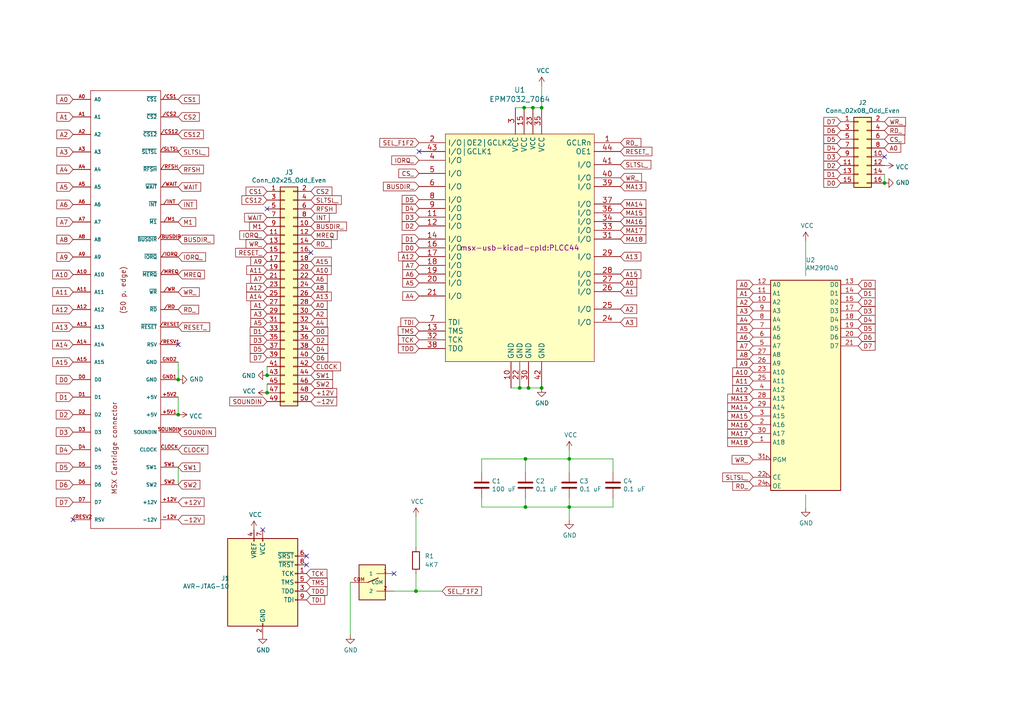
<source format=kicad_sch>
(kicad_sch (version 20231120) (generator "eeschema") (generator_version "8.0")
  (paper "A4")
  (lib_symbols
    (symbol "Connector:AVR-JTAG-10" (pin_names (offset 1.016))
      (property "Reference" "J" (at -8.89 13.97 0))
      (property "Value" "AVR-JTAG-10" (at 1.27 13.97 0))
      (symbol "AVR-JTAG-10_0_1"
        (rectangle (start -2.667 12.7) (end -2.413 11.938))
        (rectangle (start -0.127 -11.938) (end 0.127 -12.7))
        (rectangle (start -0.127 12.7) (end 0.127 11.938))
        (rectangle (start 10.16 -4.953) (end 9.398 -5.207))
        (rectangle (start 10.16 -2.413) (end 9.398 -2.667))
        (rectangle (start 10.16 0.127) (end 9.398 -0.127))
        (rectangle (start 10.16 2.667) (end 9.398 2.413))
        (rectangle (start 10.16 5.207) (end 9.398 4.953))
        (rectangle (start 10.16 7.747) (end 9.398 7.493))
        (rectangle (start 10.16 12.7) (end -10.16 -12.7) (stroke (width 0.254)) (fill (type background)))
      )
      (symbol "AVR-JTAG-10_1_1"
        (pin passive line (at 12.7 2.54 180) (length 2.54) (name "TCK") (number "1"))
        (pin passive line (at 0 -15.24 90) (length 2.54) hide (name "GND") (number "10"))
        (pin passive line (at 0 -15.24 90) (length 2.54) (name "GND") (number "2"))
        (pin passive line (at 12.7 -2.54 180) (length 2.54) (name "TDO") (number "3"))
        (pin passive line (at -2.54 15.24 270) (length 2.54) (name "VREF") (number "4"))
        (pin passive line (at 12.7 0 180) (length 2.54) (name "TMS") (number "5"))
        (pin passive line (at 12.7 7.62 180) (length 2.54) (name "~{SRST}") (number "6"))
        (pin passive line (at 0 15.24 270) (length 2.54) (name "VCC") (number "7"))
        (pin passive line (at 12.7 5.08 180) (length 2.54) (name "~{TRST}") (number "8"))
        (pin passive line (at 12.7 -5.08 180) (length 2.54) (name "TDI") (number "9"))
      )
    )
    (symbol "Connector_Generic:Conn_02x08_Odd_Even" (pin_names (offset 1.016) hide)
      (property "Reference" "J" (at 1.27 10.16 0))
      (property "Value" "Conn_02x08_Odd_Even" (at 1.27 -12.7 0))
      (symbol "Conn_02x08_Odd_Even_1_1"
        (rectangle (start -1.27 -10.033) (end 0 -10.287) (stroke (width 0.1524)))
        (rectangle (start -1.27 -7.493) (end 0 -7.747) (stroke (width 0.1524)))
        (rectangle (start -1.27 -4.953) (end 0 -5.207) (stroke (width 0.1524)))
        (rectangle (start -1.27 -2.413) (end 0 -2.667) (stroke (width 0.1524)))
        (rectangle (start -1.27 0.127) (end 0 -0.127) (stroke (width 0.1524)))
        (rectangle (start -1.27 2.667) (end 0 2.413) (stroke (width 0.1524)))
        (rectangle (start -1.27 5.207) (end 0 4.953) (stroke (width 0.1524)))
        (rectangle (start -1.27 7.747) (end 0 7.493) (stroke (width 0.1524)))
        (rectangle (start -1.27 8.89) (end 3.81 -11.43) (stroke (width 0.254)) (fill (type background)))
        (rectangle (start 3.81 -10.033) (end 2.54 -10.287) (stroke (width 0.1524)))
        (rectangle (start 3.81 -7.493) (end 2.54 -7.747) (stroke (width 0.1524)))
        (rectangle (start 3.81 -4.953) (end 2.54 -5.207) (stroke (width 0.1524)))
        (rectangle (start 3.81 -2.413) (end 2.54 -2.667) (stroke (width 0.1524)))
        (rectangle (start 3.81 0.127) (end 2.54 -0.127) (stroke (width 0.1524)))
        (rectangle (start 3.81 2.667) (end 2.54 2.413) (stroke (width 0.1524)))
        (rectangle (start 3.81 5.207) (end 2.54 4.953) (stroke (width 0.1524)))
        (rectangle (start 3.81 7.747) (end 2.54 7.493) (stroke (width 0.1524)))
        (pin passive line (at -5.08 7.62 0) (length 3.81) (name "Pin_1") (number "1"))
        (pin passive line (at 7.62 -2.54 180) (length 3.81) (name "Pin_10") (number "10"))
        (pin passive line (at -5.08 -5.08 0) (length 3.81) (name "Pin_11") (number "11"))
        (pin passive line (at 7.62 -5.08 180) (length 3.81) (name "Pin_12") (number "12"))
        (pin passive line (at -5.08 -7.62 0) (length 3.81) (name "Pin_13") (number "13"))
        (pin passive line (at 7.62 -7.62 180) (length 3.81) (name "Pin_14") (number "14"))
        (pin passive line (at -5.08 -10.16 0) (length 3.81) (name "Pin_15") (number "15"))
        (pin passive line (at 7.62 -10.16 180) (length 3.81) (name "Pin_16") (number "16"))
        (pin passive line (at 7.62 7.62 180) (length 3.81) (name "Pin_2") (number "2"))
        (pin passive line (at -5.08 5.08 0) (length 3.81) (name "Pin_3") (number "3"))
        (pin passive line (at 7.62 5.08 180) (length 3.81) (name "Pin_4") (number "4"))
        (pin passive line (at -5.08 2.54 0) (length 3.81) (name "Pin_5") (number "5"))
        (pin passive line (at 7.62 2.54 180) (length 3.81) (name "Pin_6") (number "6"))
        (pin passive line (at -5.08 0 0) (length 3.81) (name "Pin_7") (number "7"))
        (pin passive line (at 7.62 0 180) (length 3.81) (name "Pin_8") (number "8"))
        (pin passive line (at -5.08 -2.54 0) (length 3.81) (name "Pin_9") (number "9"))
      )
    )
    (symbol "Connector_Generic:Conn_02x25_Odd_Even" (pin_names (offset 1.016) hide)
      (property "Reference" "J" (at 1.27 33.02 0))
      (property "Value" "Conn_02x25_Odd_Even" (at 1.27 -33.02 0))
      (symbol "Conn_02x25_Odd_Even_1_1"
        (rectangle (start -1.27 -30.353) (end 0 -30.607) (stroke (width 0.1524)))
        (rectangle (start -1.27 -27.813) (end 0 -28.067) (stroke (width 0.1524)))
        (rectangle (start -1.27 -25.273) (end 0 -25.527) (stroke (width 0.1524)))
        (rectangle (start -1.27 -22.733) (end 0 -22.987) (stroke (width 0.1524)))
        (rectangle (start -1.27 -20.193) (end 0 -20.447) (stroke (width 0.1524)))
        (rectangle (start -1.27 -17.653) (end 0 -17.907) (stroke (width 0.1524)))
        (rectangle (start -1.27 -15.113) (end 0 -15.367) (stroke (width 0.1524)))
        (rectangle (start -1.27 -12.573) (end 0 -12.827) (stroke (width 0.1524)))
        (rectangle (start -1.27 -10.033) (end 0 -10.287) (stroke (width 0.1524)))
        (rectangle (start -1.27 -7.493) (end 0 -7.747) (stroke (width 0.1524)))
        (rectangle (start -1.27 -4.953) (end 0 -5.207) (stroke (width 0.1524)))
        (rectangle (start -1.27 -2.413) (end 0 -2.667) (stroke (width 0.1524)))
        (rectangle (start -1.27 0.127) (end 0 -0.127) (stroke (width 0.1524)))
        (rectangle (start -1.27 2.667) (end 0 2.413) (stroke (width 0.1524)))
        (rectangle (start -1.27 5.207) (end 0 4.953) (stroke (width 0.1524)))
        (rectangle (start -1.27 7.747) (end 0 7.493) (stroke (width 0.1524)))
        (rectangle (start -1.27 10.287) (end 0 10.033) (stroke (width 0.1524)))
        (rectangle (start -1.27 12.827) (end 0 12.573) (stroke (width 0.1524)))
        (rectangle (start -1.27 15.367) (end 0 15.113) (stroke (width 0.1524)))
        (rectangle (start -1.27 17.907) (end 0 17.653) (stroke (width 0.1524)))
        (rectangle (start -1.27 20.447) (end 0 20.193) (stroke (width 0.1524)))
        (rectangle (start -1.27 22.987) (end 0 22.733) (stroke (width 0.1524)))
        (rectangle (start -1.27 25.527) (end 0 25.273) (stroke (width 0.1524)))
        (rectangle (start -1.27 28.067) (end 0 27.813) (stroke (width 0.1524)))
        (rectangle (start -1.27 30.607) (end 0 30.353) (stroke (width 0.1524)))
        (rectangle (start -1.27 31.75) (end 3.81 -31.75) (stroke (width 0.254)) (fill (type background)))
        (rectangle (start 3.81 -30.353) (end 2.54 -30.607) (stroke (width 0.1524)))
        (rectangle (start 3.81 -27.813) (end 2.54 -28.067) (stroke (width 0.1524)))
        (rectangle (start 3.81 -25.273) (end 2.54 -25.527) (stroke (width 0.1524)))
        (rectangle (start 3.81 -22.733) (end 2.54 -22.987) (stroke (width 0.1524)))
        (rectangle (start 3.81 -20.193) (end 2.54 -20.447) (stroke (width 0.1524)))
        (rectangle (start 3.81 -17.653) (end 2.54 -17.907) (stroke (width 0.1524)))
        (rectangle (start 3.81 -15.113) (end 2.54 -15.367) (stroke (width 0.1524)))
        (rectangle (start 3.81 -12.573) (end 2.54 -12.827) (stroke (width 0.1524)))
        (rectangle (start 3.81 -10.033) (end 2.54 -10.287) (stroke (width 0.1524)))
        (rectangle (start 3.81 -7.493) (end 2.54 -7.747) (stroke (width 0.1524)))
        (rectangle (start 3.81 -4.953) (end 2.54 -5.207) (stroke (width 0.1524)))
        (rectangle (start 3.81 -2.413) (end 2.54 -2.667) (stroke (width 0.1524)))
        (rectangle (start 3.81 0.127) (end 2.54 -0.127) (stroke (width 0.1524)))
        (rectangle (start 3.81 2.667) (end 2.54 2.413) (stroke (width 0.1524)))
        (rectangle (start 3.81 5.207) (end 2.54 4.953) (stroke (width 0.1524)))
        (rectangle (start 3.81 7.747) (end 2.54 7.493) (stroke (width 0.1524)))
        (rectangle (start 3.81 10.287) (end 2.54 10.033) (stroke (width 0.1524)))
        (rectangle (start 3.81 12.827) (end 2.54 12.573) (stroke (width 0.1524)))
        (rectangle (start 3.81 15.367) (end 2.54 15.113) (stroke (width 0.1524)))
        (rectangle (start 3.81 17.907) (end 2.54 17.653) (stroke (width 0.1524)))
        (rectangle (start 3.81 20.447) (end 2.54 20.193) (stroke (width 0.1524)))
        (rectangle (start 3.81 22.987) (end 2.54 22.733) (stroke (width 0.1524)))
        (rectangle (start 3.81 25.527) (end 2.54 25.273) (stroke (width 0.1524)))
        (rectangle (start 3.81 28.067) (end 2.54 27.813) (stroke (width 0.1524)))
        (rectangle (start 3.81 30.607) (end 2.54 30.353) (stroke (width 0.1524)))
        (pin passive line (at -5.08 30.48 0) (length 3.81) (name "Pin_1") (number "1"))
        (pin passive line (at 7.62 20.32 180) (length 3.81) (name "Pin_10") (number "10"))
        (pin passive line (at -5.08 17.78 0) (length 3.81) (name "Pin_11") (number "11"))
        (pin passive line (at 7.62 17.78 180) (length 3.81) (name "Pin_12") (number "12"))
        (pin passive line (at -5.08 15.24 0) (length 3.81) (name "Pin_13") (number "13"))
        (pin passive line (at 7.62 15.24 180) (length 3.81) (name "Pin_14") (number "14"))
        (pin passive line (at -5.08 12.7 0) (length 3.81) (name "Pin_15") (number "15"))
        (pin passive line (at 7.62 12.7 180) (length 3.81) (name "Pin_16") (number "16"))
        (pin passive line (at -5.08 10.16 0) (length 3.81) (name "Pin_17") (number "17"))
        (pin passive line (at 7.62 10.16 180) (length 3.81) (name "Pin_18") (number "18"))
        (pin passive line (at -5.08 7.62 0) (length 3.81) (name "Pin_19") (number "19"))
        (pin passive line (at 7.62 30.48 180) (length 3.81) (name "Pin_2") (number "2"))
        (pin passive line (at 7.62 7.62 180) (length 3.81) (name "Pin_20") (number "20"))
        (pin passive line (at -5.08 5.08 0) (length 3.81) (name "Pin_21") (number "21"))
        (pin passive line (at 7.62 5.08 180) (length 3.81) (name "Pin_22") (number "22"))
        (pin passive line (at -5.08 2.54 0) (length 3.81) (name "Pin_23") (number "23"))
        (pin passive line (at 7.62 2.54 180) (length 3.81) (name "Pin_24") (number "24"))
        (pin passive line (at -5.08 0 0) (length 3.81) (name "Pin_25") (number "25"))
        (pin passive line (at 7.62 0 180) (length 3.81) (name "Pin_26") (number "26"))
        (pin passive line (at -5.08 -2.54 0) (length 3.81) (name "Pin_27") (number "27"))
        (pin passive line (at 7.62 -2.54 180) (length 3.81) (name "Pin_28") (number "28"))
        (pin passive line (at -5.08 -5.08 0) (length 3.81) (name "Pin_29") (number "29"))
        (pin passive line (at -5.08 27.94 0) (length 3.81) (name "Pin_3") (number "3"))
        (pin passive line (at 7.62 -5.08 180) (length 3.81) (name "Pin_30") (number "30"))
        (pin passive line (at -5.08 -7.62 0) (length 3.81) (name "Pin_31") (number "31"))
        (pin passive line (at 7.62 -7.62 180) (length 3.81) (name "Pin_32") (number "32"))
        (pin passive line (at -5.08 -10.16 0) (length 3.81) (name "Pin_33") (number "33"))
        (pin passive line (at 7.62 -10.16 180) (length 3.81) (name "Pin_34") (number "34"))
        (pin passive line (at -5.08 -12.7 0) (length 3.81) (name "Pin_35") (number "35"))
        (pin passive line (at 7.62 -12.7 180) (length 3.81) (name "Pin_36") (number "36"))
        (pin passive line (at -5.08 -15.24 0) (length 3.81) (name "Pin_37") (number "37"))
        (pin passive line (at 7.62 -15.24 180) (length 3.81) (name "Pin_38") (number "38"))
        (pin passive line (at -5.08 -17.78 0) (length 3.81) (name "Pin_39") (number "39"))
        (pin passive line (at 7.62 27.94 180) (length 3.81) (name "Pin_4") (number "4"))
        (pin passive line (at 7.62 -17.78 180) (length 3.81) (name "Pin_40") (number "40"))
        (pin passive line (at -5.08 -20.32 0) (length 3.81) (name "Pin_41") (number "41"))
        (pin passive line (at 7.62 -20.32 180) (length 3.81) (name "Pin_42") (number "42"))
        (pin passive line (at -5.08 -22.86 0) (length 3.81) (name "Pin_43") (number "43"))
        (pin passive line (at 7.62 -22.86 180) (length 3.81) (name "Pin_44") (number "44"))
        (pin passive line (at -5.08 -25.4 0) (length 3.81) (name "Pin_45") (number "45"))
        (pin passive line (at 7.62 -25.4 180) (length 3.81) (name "Pin_46") (number "46"))
        (pin passive line (at -5.08 -27.94 0) (length 3.81) (name "Pin_47") (number "47"))
        (pin passive line (at 7.62 -27.94 180) (length 3.81) (name "Pin_48") (number "48"))
        (pin passive line (at -5.08 -30.48 0) (length 3.81) (name "Pin_49") (number "49"))
        (pin passive line (at -5.08 25.4 0) (length 3.81) (name "Pin_5") (number "5"))
        (pin passive line (at 7.62 -30.48 180) (length 3.81) (name "Pin_50") (number "50"))
        (pin passive line (at 7.62 25.4 180) (length 3.81) (name "Pin_6") (number "6"))
        (pin passive line (at -5.08 22.86 0) (length 3.81) (name "Pin_7") (number "7"))
        (pin passive line (at 7.62 22.86 180) (length 3.81) (name "Pin_8") (number "8"))
        (pin passive line (at -5.08 20.32 0) (length 3.81) (name "Pin_9") (number "9"))
      )
    )
    (symbol "Device:C" (pin_numbers hide) (pin_names (offset 0.254))
      (property "Reference" "C" (at 0.635 2.54 0))
      (property "Value" "C" (at 0.635 -2.54 0))
      (symbol "C_0_1"
        (polyline (pts (xy -2.032 -0.762) (xy 2.032 -0.762)) (stroke (width 0.508)))
        (polyline (pts (xy -2.032 0.762) (xy 2.032 0.762)) (stroke (width 0.508)))
      )
      (symbol "C_1_1"
        (pin passive line (at 0 3.81 270) (length 2.794) (name "~") (number "1"))
        (pin passive line (at 0 -3.81 90) (length 2.794) (name "~") (number "2"))
      )
    )
    (symbol "Device:R" (pin_numbers hide) (pin_names (offset 0))
      (property "Reference" "R" (at 2.032 0 90))
      (property "Value" "R" (at 0 0 90))
      (symbol "R_0_1"
        (rectangle (start -1.016 -2.54) (end 1.016 2.54) (stroke (width 0.254)))
      )
      (symbol "R_1_1"
        (pin passive line (at 0 3.81 270) (length 1.27) (name "~") (number "1"))
        (pin passive line (at 0 -3.81 90) (length 1.27) (name "~") (number "2"))
      )
    )
    (symbol "EPM7064_(44-PLCC):EPM7032-7064" (pin_names (offset 0.762))
      (property "Reference" "U" (at 12.7 35.56 0))
      (property "Value" "EPM7032-7064" (at 0 -3.81 0))
      (symbol "EPM7032-7064_0_1"
        (rectangle (start -21.59 33.02) (end 21.59 -33.02) (fill (type background)))
      )
      (symbol "EPM7032-7064_1_1"
        (pin bidirectional line (at 29.21 30.48 180) (length 7.62) (name "GCLRn") (number "1"))
        (pin power_in line (at -2.54 -40.64 90) (length 7.62) (name "GND") (number "10"))
        (pin bidirectional line (at -29.21 8.89 0) (length 7.62) (name "I/O") (number "11"))
        (pin bidirectional line (at -29.21 6.35 0) (length 7.62) (name "I/O") (number "12"))
        (pin input line (at -29.21 -24.13 0) (length 7.62) (name "TMS") (number "13"))
        (pin bidirectional line (at -29.21 2.54 0) (length 7.62) (name "I/O") (number "14"))
        (pin power_in line (at 1.27 40.64 270) (length 7.62) (name "VCC") (number "15"))
        (pin bidirectional line (at -29.21 0 0) (length 7.62) (name "I/O") (number "16"))
        (pin bidirectional line (at -29.21 -2.54 0) (length 7.62) (name "I/O") (number "17"))
        (pin bidirectional line (at -29.21 -5.08 0) (length 7.62) (name "I/O") (number "18"))
        (pin bidirectional line (at -29.21 -7.62 0) (length 7.62) (name "I/O") (number "19"))
        (pin bidirectional line (at -29.21 30.48 0) (length 7.62) (name "I/O|OE2|GCLK2") (number "2"))
        (pin bidirectional line (at -29.21 -10.16 0) (length 7.62) (name "I/O") (number "20"))
        (pin bidirectional line (at -29.21 -13.97 0) (length 7.62) (name "I/O") (number "21"))
        (pin power_in line (at 0 -40.64 90) (length 7.62) (name "GND") (number "22"))
        (pin power_in line (at 3.81 40.64 270) (length 7.62) (name "VCC") (number "23"))
        (pin bidirectional line (at 29.21 -21.59 180) (length 7.62) (name "I/O") (number "24"))
        (pin bidirectional line (at 29.21 -17.78 180) (length 7.62) (name "I/O") (number "25"))
        (pin bidirectional line (at 29.21 -12.7 180) (length 7.62) (name "I/O") (number "26"))
        (pin bidirectional line (at 29.21 -10.16 180) (length 7.62) (name "I/O") (number "27"))
        (pin bidirectional line (at 29.21 -7.62 180) (length 7.62) (name "I/O") (number "28"))
        (pin bidirectional line (at 29.21 -2.54 180) (length 7.62) (name "I/O") (number "29"))
        (pin power_in line (at -1.27 40.64 270) (length 7.62) (name "VCC") (number "3"))
        (pin power_in line (at 2.54 -40.64 90) (length 7.62) (name "GND") (number "30"))
        (pin bidirectional line (at 29.21 2.54 180) (length 7.62) (name "I/O") (number "31"))
        (pin input line (at -29.21 -26.67 0) (length 7.62) (name "TCK") (number "32"))
        (pin bidirectional line (at 29.21 5.08 180) (length 7.62) (name "I/O") (number "33"))
        (pin bidirectional line (at 29.21 7.62 180) (length 7.62) (name "I/O") (number "34"))
        (pin power_in line (at 6.35 40.64 270) (length 7.62) (name "VCC") (number "35"))
        (pin bidirectional line (at 29.21 10.16 180) (length 7.62) (name "I/O") (number "36"))
        (pin bidirectional line (at 29.21 12.7 180) (length 7.62) (name "I/O") (number "37"))
        (pin bidirectional line (at -29.21 -29.21 0) (length 7.62) (name "TDO") (number "38"))
        (pin bidirectional line (at 29.21 17.78 180) (length 7.62) (name "I/O") (number "39"))
        (pin bidirectional line (at -29.21 25.4 0) (length 7.62) (name "I/O") (number "4"))
        (pin bidirectional line (at 29.21 20.32 180) (length 7.62) (name "I/O") (number "40"))
        (pin bidirectional line (at 29.21 24.13 180) (length 7.62) (name "I/O") (number "41"))
        (pin power_in line (at 6.35 -40.64 90) (length 7.62) (name "GND") (number "42"))
        (pin bidirectional line (at -29.21 27.94 0) (length 7.62) (name "I/O|GCLK1") (number "43"))
        (pin bidirectional line (at 29.21 27.94 180) (length 7.62) (name "OE1") (number "44"))
        (pin bidirectional line (at -29.21 21.59 0) (length 7.62) (name "I/O") (number "5"))
        (pin bidirectional line (at -29.21 17.78 0) (length 7.62) (name "I/O") (number "6"))
        (pin input line (at -29.21 -21.59 0) (length 7.62) (name "TDI") (number "7"))
        (pin bidirectional line (at -29.21 13.97 0) (length 7.62) (name "I/O") (number "8"))
        (pin bidirectional line (at -29.21 11.43 0) (length 7.62) (name "I/O") (number "9"))
      )
    )
    (symbol "Memory_Flash:SST39SF040"
      (property "Reference" "U" (at 2.54 33.02 0))
      (property "Value" "SST39SF040" (at 0 -30.48 0))
      (symbol "SST39SF040_0_0"
        (pin power_in line (at 0 -30.48 90) (length 1.27) hide (name "GND") (number "16"))
        (pin power_in line (at 0 33.02 270) (length 1.27) hide (name "VCC") (number "32"))
      )
      (symbol "SST39SF040_0_1"
        (rectangle (start -10.16 31.75) (end 10.16 -29.21) (stroke (width 0.254)) (fill (type background)))
      )
      (symbol "SST39SF040_1_1"
        (pin input line (at -15.24 -15.24 0) (length 5.08) (name "A18") (number "1"))
        (pin input line (at -15.24 25.4 0) (length 5.08) (name "A2") (number "10"))
        (pin input line (at -15.24 27.94 0) (length 5.08) (name "A1") (number "11"))
        (pin input line (at -15.24 30.48 0) (length 5.08) (name "A0") (number "12"))
        (pin tri_state line (at 15.24 30.48 180) (length 5.08) (name "D0") (number "13"))
        (pin tri_state line (at 15.24 27.94 180) (length 5.08) (name "D1") (number "14"))
        (pin tri_state line (at 15.24 25.4 180) (length 5.08) (name "D2") (number "15"))
        (pin tri_state line (at 15.24 22.86 180) (length 5.08) (name "D3") (number "17"))
        (pin tri_state line (at 15.24 20.32 180) (length 5.08) (name "D4") (number "18"))
        (pin tri_state line (at 15.24 17.78 180) (length 5.08) (name "D5") (number "19"))
        (pin input line (at -15.24 -10.16 0) (length 5.08) (name "A16") (number "2"))
        (pin tri_state line (at 15.24 15.24 180) (length 5.08) (name "D6") (number "20"))
        (pin tri_state line (at 15.24 12.7 180) (length 5.08) (name "D7") (number "21"))
        (pin input input_low (at -15.24 -25.4 0) (length 5.08) (name "CE") (number "22"))
        (pin input line (at -15.24 5.08 0) (length 5.08) (name "A10") (number "23"))
        (pin input input_low (at -15.24 -27.94 0) (length 5.08) (name "OE") (number "24"))
        (pin input line (at -15.24 2.54 0) (length 5.08) (name "A11") (number "25"))
        (pin input line (at -15.24 7.62 0) (length 5.08) (name "A9") (number "26"))
        (pin input line (at -15.24 10.16 0) (length 5.08) (name "A8") (number "27"))
        (pin input line (at -15.24 -2.54 0) (length 5.08) (name "A13") (number "28"))
        (pin input line (at -15.24 -5.08 0) (length 5.08) (name "A14") (number "29"))
        (pin input line (at -15.24 -7.62 0) (length 5.08) (name "A15") (number "3"))
        (pin input line (at -15.24 -12.7 0) (length 5.08) (name "A17") (number "30"))
        (pin input input_low (at -15.24 -20.32 0) (length 5.08) (name "PGM") (number "31"))
        (pin input line (at -15.24 0 0) (length 5.08) (name "A12") (number "4"))
        (pin input line (at -15.24 12.7 0) (length 5.08) (name "A7") (number "5"))
        (pin input line (at -15.24 15.24 0) (length 5.08) (name "A6") (number "6"))
        (pin input line (at -15.24 17.78 0) (length 5.08) (name "A5") (number "7"))
        (pin input line (at -15.24 20.32 0) (length 5.08) (name "A4") (number "8"))
        (pin input line (at -15.24 22.86 0) (length 5.08) (name "A3") (number "9"))
      )
    )
    (symbol "SK12D07VG4:SK12D07VG4" (pin_names (offset 1.016))
      (symbol "SK12D07VG4_0_0"
        (rectangle (start -5.08 -2.54) (end 5.08 5.08) (stroke (width 0.254)) (fill (type background)))
        (polyline (pts (xy 0 0) (xy -1.27 3.048)) (stroke (width 0.254)))
        (pin bidirectional line (at -2.54 7.62 270) (length 5.08) (name "1") (number "1"))
        (pin bidirectional line (at 2.54 7.62 270) (length 5.08) (name "2") (number "2"))
        (pin bidirectional line (at 0 -5.08 90) (length 5.08) (name "COM") (number "COM"))
      )
    )
    (symbol "msx-con:MSX_CON" (pin_names (offset 1.016))
      (symbol "MSX_CON_1_0"
        (polyline (pts (xy -58.42 -10.16) (xy 68.58 -10.16)))
        (polyline (pts (xy -58.42 10.16) (xy -58.42 -10.16)))
        (polyline (pts (xy 68.58 -10.16) (xy 68.58 10.16)))
        (polyline (pts (xy 68.58 10.16) (xy -58.42 10.16)))
        (text "(50 p. edge)" (at 10.7442 0.7112 0) (effects (font (size 1.4224 1.4224))))
        (text "MSX Cartridge connector" (at -35.0774 3.2512 0) (effects (font (size 1.4224 1.4224))))
      )
      (symbol "MSX_CON_1_1"
        (pin power_out line (at -50.8 -15.24 90) (length 5.08) (name "+12V") (number "+12V"))
        (pin power_out line (at -25.4 -15.24 90) (length 5.08) (name "+5V") (number "+5V1"))
        (pin power_out line (at -20.32 -15.24 90) (length 5.08) (name "+5V") (number "+5V2"))
        (pin power_out line (at -55.88 -15.24 90) (length 5.08) (name "-12V") (number "-12V"))
        (pin input line (at 25.4 -15.24 90) (length 5.08) (name "~{BUSDIR}") (number "/BUSDIR"))
        (pin output line (at 66.04 -15.24 90) (length 5.08) (name "~{CS1}") (number "/CS1"))
        (pin output line (at 55.88 -15.24 90) (length 5.08) (name "~{CS12}") (number "/CS12"))
        (pin output line (at 60.96 -15.24 90) (length 5.08) (name "~{CS2}") (number "/CS2"))
        (pin input line (at 35.56 -15.24 90) (length 5.08) (name "~{INT}") (number "/INT"))
        (pin output line (at 20.32 -15.24 90) (length 5.08) (name "~{IORQ}") (number "/IORQ"))
        (pin output line (at 30.48 -15.24 90) (length 5.08) (name "~{M1}") (number "/M1"))
        (pin output line (at 15.24 -15.24 90) (length 5.08) (name "~{MERQ}") (number "/MREQ"))
        (pin output line (at 5.08 -15.24 90) (length 5.08) (name "~{RD}") (number "/RD"))
        (pin output line (at 0 -15.24 90) (length 5.08) (name "~{RESET}") (number "/RESET"))
        (pin unspecified line (at -5.08 -15.24 90) (length 5.08) (name "RSV") (number "/RESV1"))
        (pin unspecified line (at -55.88 15.24 270) (length 5.08) (name "RSV") (number "/RESV2"))
        (pin output line (at 45.72 -15.24 90) (length 5.08) (name "~{RFSH}") (number "/RFSH"))
        (pin output line (at 50.8 -15.24 90) (length 5.08) (name "~{SLTSL}") (number "/SLTSL"))
        (pin input line (at 40.64 -15.24 90) (length 5.08) (name "~{WAIT}") (number "/WAIT"))
        (pin output line (at 10.16 -15.24 90) (length 5.08) (name "~{WR}") (number "/WR"))
        (pin output line (at 66.04 15.24 270) (length 5.08) (name "A0") (number "A0"))
        (pin output line (at 60.96 15.24 270) (length 5.08) (name "A1") (number "A1"))
        (pin output line (at 15.24 15.24 270) (length 5.08) (name "A10") (number "A10"))
        (pin output line (at 10.16 15.24 270) (length 5.08) (name "A11") (number "A11"))
        (pin output line (at 5.08 15.24 270) (length 5.08) (name "A12") (number "A12"))
        (pin output line (at 0 15.24 270) (length 5.08) (name "A13") (number "A13"))
        (pin output line (at -5.08 15.24 270) (length 5.08) (name "A14") (number "A14"))
        (pin output line (at -10.16 15.24 270) (length 5.08) (name "A15") (number "A15"))
        (pin output line (at 55.88 15.24 270) (length 5.08) (name "A2") (number "A2"))
        (pin output line (at 50.8 15.24 270) (length 5.08) (name "A3") (number "A3"))
        (pin output line (at 45.72 15.24 270) (length 5.08) (name "A4") (number "A4"))
        (pin output line (at 40.64 15.24 270) (length 5.08) (name "A5") (number "A5"))
        (pin output line (at 35.56 15.24 270) (length 5.08) (name "A6") (number "A6"))
        (pin output line (at 30.48 15.24 270) (length 5.08) (name "A7") (number "A7"))
        (pin output line (at 25.4 15.24 270) (length 5.08) (name "A8") (number "A8"))
        (pin output line (at 20.32 15.24 270) (length 5.08) (name "A9") (number "A9"))
        (pin output line (at -35.56 -15.24 90) (length 5.08) (name "CLOCK") (number "CLOCK"))
        (pin bidirectional line (at -15.24 15.24 270) (length 5.08) (name "D0") (number "D0"))
        (pin bidirectional line (at -20.32 15.24 270) (length 5.08) (name "D1") (number "D1"))
        (pin bidirectional line (at -25.4 15.24 270) (length 5.08) (name "D2") (number "D2"))
        (pin bidirectional line (at -30.48 15.24 270) (length 5.08) (name "D3") (number "D3"))
        (pin bidirectional line (at -35.56 15.24 270) (length 5.08) (name "D4") (number "D4"))
        (pin bidirectional line (at -40.64 15.24 270) (length 5.08) (name "D5") (number "D5"))
        (pin bidirectional line (at -45.72 15.24 270) (length 5.08) (name "D6") (number "D6"))
        (pin bidirectional line (at -50.8 15.24 270) (length 5.08) (name "D7") (number "D7"))
        (pin power_out line (at -15.24 -15.24 90) (length 5.08) (name "GND") (number "GND1"))
        (pin power_out line (at -10.16 -15.24 90) (length 5.08) (name "GND") (number "GND2"))
        (pin input line (at -30.48 -15.24 90) (length 5.08) (name "SOUNDIN") (number "SOUNDIN"))
        (pin passive line (at -40.64 -15.24 90) (length 5.08) (name "SW1") (number "SW1"))
        (pin passive line (at -45.72 -15.24 90) (length 5.08) (name "SW2") (number "SW2"))
      )
    )
    (symbol "power:GND" (power) (pin_names (offset 0))
      (property "Value" "GND" (at 0 -3.81 0))
      (symbol "GND_0_1"
        (polyline (pts (xy 0 0) (xy 0 -1.27) (xy 1.27 -1.27) (xy 0 -2.54) (xy -1.27 -1.27) (xy 0 -1.27)))
      )
      (symbol "GND_1_1"
        (pin power_in line (at 0 0 270) (length 0) hide (name "GND") (number "1"))
      )
    )
    (symbol "power:VCC" (power) (pin_names (offset 0))
      (property "Value" "VCC" (at 0 3.81 0))
      (symbol "VCC_0_1"
        (polyline (pts (xy -0.762 1.27) (xy 0 2.54)))
        (polyline (pts (xy 0 0) (xy 0 2.54)))
        (polyline (pts (xy 0 2.54) (xy 0.762 1.27)))
      )
      (symbol "VCC_1_1"
        (pin power_in line (at 0 0 90) (length 0) hide (name "VCC") (number "1"))
      )
    )
  )
  (junction (at 157.099 112.522))
  (junction (at 256.54 53.086))
  (junction (at 77.47 108.839))
  (junction (at 51.689 110.109))
  (junction (at 165.1 133.096))
  (junction (at 157.099 31.242))
  (junction (at 152.4 133.096))
  (junction (at 77.47 113.919))
  (junction (at 120.65 171.45))
  (junction (at 152.4 147.066))
  (junction (at 154.559 31.242))
  (junction (at 51.689 120.269))
  (junction (at 152.019 31.242))
  (junction (at 153.289 112.522))
  (junction (at 165.1 147.066))
  (junction (at 150.749 112.522))
  (no_connect (at 76.2 153.67))
  (no_connect (at 121.539 43.942))
  (no_connect (at 114.3 166.37))
  (no_connect (at 88.9 163.83))
  (no_connect (at 88.9 161.29))
  (no_connect (at 256.54 45.466))
  (no_connect (at 77.47 60.579))
  (no_connect (at 90.17 73.279))
  (no_connect (at 51.689 99.949))
  (no_connect (at 21.209 150.749))
  (wire (pts (xy 256.54 50.546) (xy 256.54 53.086)))
  (wire (pts (xy 154.559 31.242) (xy 157.099 31.242)))
  (wire (pts (xy 101.6 168.91) (xy 101.6 184.15)))
  (wire (pts (xy 150.749 112.522) (xy 153.289 112.522)))
  (wire (pts (xy 152.019 31.242) (xy 154.559 31.242)))
  (wire (pts (xy 152.4 147.066) (xy 165.1 147.066)))
  (wire (pts (xy 177.8 147.066) (xy 165.1 147.066)))
  (wire (pts (xy 77.47 111.379) (xy 77.47 113.919)))
  (wire (pts (xy 139.7 133.096) (xy 152.4 133.096)))
  (wire (pts (xy 152.4 136.906) (xy 152.4 133.096)))
  (wire (pts (xy 177.8 133.096) (xy 165.1 133.096)))
  (wire (pts (xy 139.7 147.066) (xy 139.7 144.526)))
  (wire (pts (xy 77.47 106.299) (xy 77.47 108.839)))
  (wire (pts (xy 149.479 31.242) (xy 152.019 31.242)))
  (wire (pts (xy 148.209 112.522) (xy 150.749 112.522)))
  (wire (pts (xy 152.4 133.096) (xy 165.1 133.096)))
  (wire (pts (xy 153.289 112.522) (xy 157.099 112.522)))
  (wire (pts (xy 165.1 133.096) (xy 165.1 136.906)))
  (wire (pts (xy 152.4 144.526) (xy 152.4 147.066)))
  (wire (pts (xy 165.1 144.526) (xy 165.1 147.066)))
  (wire (pts (xy 165.1 133.096) (xy 165.1 130.556)))
  (wire (pts (xy 120.65 171.45) (xy 120.65 166.37)))
  (wire (pts (xy 177.8 144.526) (xy 177.8 147.066)))
  (wire (pts (xy 152.4 147.066) (xy 139.7 147.066)))
  (wire (pts (xy 157.099 24.892) (xy 157.099 31.242)))
  (wire (pts (xy 165.1 147.066) (xy 165.1 150.876)))
  (wire (pts (xy 51.689 105.029) (xy 51.689 110.109)))
  (wire (pts (xy 233.68 80.01) (xy 233.68 69.85)))
  (wire (pts (xy 51.689 140.589) (xy 51.689 135.509)))
  (wire (pts (xy 120.65 149.86) (xy 120.65 158.75)))
  (wire (pts (xy 233.68 147.32) (xy 233.68 143.51)))
  (wire (pts (xy 51.689 120.269) (xy 51.689 115.189)))
  (wire (pts (xy 114.3 171.45) (xy 120.65 171.45)))
  (wire (pts (xy 120.65 171.45) (xy 128.27 171.45)))
  (wire (pts (xy 139.7 136.906) (xy 139.7 133.096)))
  (wire (pts (xy 177.8 136.906) (xy 177.8 133.096)))
  (global_label "D5" (shape input) (at 248.92 95.25 0) (property "Intersheetrefs" "${INTERSHEET_REFS}" (effects (hide yes))))
  (global_label "MA17" (shape input) (at 218.44 125.73 180) (property "Intersheetrefs" "${INTERSHEET_REFS}" (effects (hide yes))))
  (global_label "A10" (shape input) (at 90.17 78.359 0) (property "Intersheetrefs" "${INTERSHEET_REFS}" (effects (hide yes))))
  (global_label "RD_" (shape input) (at 256.54 37.846 0) (property "Intersheetrefs" "${INTERSHEET_REFS}" (effects (hide yes))))
  (global_label "D5" (shape input) (at 21.209 135.509 180) (property "Intersheetrefs" "${INTERSHEET_REFS}" (effects (hide yes))))
  (global_label "A0" (shape input) (at 256.54 42.926 0) (property "Intersheetrefs" "${INTERSHEET_REFS}" (effects (hide yes))))
  (global_label "D6" (shape input) (at 90.17 103.759 0) (property "Intersheetrefs" "${INTERSHEET_REFS}" (effects (hide yes))))
  (global_label "D0" (shape input) (at 121.539 71.882 180) (property "Intersheetrefs" "${INTERSHEET_REFS}" (effects (hide yes))))
  (global_label "BUSDIR_" (shape input) (at 51.689 69.469 0) (property "Intersheetrefs" "${INTERSHEET_REFS}" (effects (hide yes))))
  (global_label "RD_" (shape input) (at 218.44 140.97 180) (property "Intersheetrefs" "${INTERSHEET_REFS}" (effects (hide yes))))
  (global_label "A10" (shape input) (at 21.209 79.629 180) (property "Intersheetrefs" "${INTERSHEET_REFS}" (effects (hide yes))))
  (global_label "A12" (shape input) (at 218.44 113.03 180) (property "Intersheetrefs" "${INTERSHEET_REFS}" (effects (hide yes))))
  (global_label "MA16" (shape input) (at 179.959 64.262 0) (property "Intersheetrefs" "${INTERSHEET_REFS}" (effects (hide yes))))
  (global_label "CS2" (shape input) (at 51.689 33.909 0) (property "Intersheetrefs" "${INTERSHEET_REFS}" (effects (hide yes))))
  (global_label "IORQ_" (shape input) (at 51.689 74.549 0) (property "Intersheetrefs" "${INTERSHEET_REFS}" (effects (hide yes))))
  (global_label "A1" (shape input) (at 21.209 33.909 180) (property "Intersheetrefs" "${INTERSHEET_REFS}" (effects (hide yes))))
  (global_label "A8" (shape input) (at 218.44 102.87 180) (property "Intersheetrefs" "${INTERSHEET_REFS}" (effects (hide yes))))
  (global_label "A7" (shape input) (at 21.209 64.389 180) (property "Intersheetrefs" "${INTERSHEET_REFS}" (effects (hide yes))))
  (global_label "CS1" (shape input) (at 77.47 55.499 180) (property "Intersheetrefs" "${INTERSHEET_REFS}" (effects (hide yes))))
  (global_label "BUSDIR_" (shape input) (at 90.17 65.659 0) (property "Intersheetrefs" "${INTERSHEET_REFS}" (effects (hide yes))))
  (global_label "D3" (shape input) (at 243.84 45.466 180) (property "Intersheetrefs" "${INTERSHEET_REFS}" (effects (hide yes))))
  (global_label "MA18" (shape input) (at 218.44 128.27 180) (property "Intersheetrefs" "${INTERSHEET_REFS}" (effects (hide yes))))
  (global_label "A8" (shape input) (at 90.17 83.439 0) (property "Intersheetrefs" "${INTERSHEET_REFS}" (effects (hide yes))))
  (global_label "D1" (shape input) (at 243.84 50.546 180) (property "Intersheetrefs" "${INTERSHEET_REFS}" (effects (hide yes))))
  (global_label "WAIT" (shape input) (at 51.689 54.229 0) (property "Intersheetrefs" "${INTERSHEET_REFS}" (effects (hide yes))))
  (global_label "SOUNDIN" (shape input) (at 77.47 116.459 180) (property "Intersheetrefs" "${INTERSHEET_REFS}" (effects (hide yes))))
  (global_label "A2" (shape input) (at 218.44 87.63 180) (property "Intersheetrefs" "${INTERSHEET_REFS}" (effects (hide yes))))
  (global_label "D4" (shape input) (at 21.209 130.429 180) (property "Intersheetrefs" "${INTERSHEET_REFS}" (effects (hide yes))))
  (global_label "A7" (shape input) (at 121.539 76.962 180) (property "Intersheetrefs" "${INTERSHEET_REFS}" (effects (hide yes))))
  (global_label "SLTSL_" (shape input) (at 51.689 44.069 0) (property "Intersheetrefs" "${INTERSHEET_REFS}" (effects (hide yes))))
  (global_label "A13" (shape input) (at 90.17 85.979 0) (property "Intersheetrefs" "${INTERSHEET_REFS}" (effects (hide yes))))
  (global_label "A2" (shape input) (at 21.209 38.989 180) (property "Intersheetrefs" "${INTERSHEET_REFS}" (effects (hide yes))))
  (global_label "D6" (shape input) (at 248.92 97.79 0) (property "Intersheetrefs" "${INTERSHEET_REFS}" (effects (hide yes))))
  (global_label "CLOCK" (shape input) (at 90.17 106.299 0) (property "Intersheetrefs" "${INTERSHEET_REFS}" (effects (hide yes))))
  (global_label "WR_" (shape input) (at 77.47 70.739 180) (property "Intersheetrefs" "${INTERSHEET_REFS}" (effects (hide yes))))
  (global_label "A2" (shape input) (at 90.17 91.059 0) (property "Intersheetrefs" "${INTERSHEET_REFS}" (effects (hide yes))))
  (global_label "D5" (shape input) (at 77.47 101.219 180) (property "Intersheetrefs" "${INTERSHEET_REFS}" (effects (hide yes))))
  (global_label "+12V" (shape input) (at 90.17 113.919 0) (property "Intersheetrefs" "${INTERSHEET_REFS}" (effects (hide yes))))
  (global_label "D1" (shape input) (at 21.209 115.189 180) (property "Intersheetrefs" "${INTERSHEET_REFS}" (effects (hide yes))))
  (global_label "D4" (shape input) (at 248.92 92.71 0) (property "Intersheetrefs" "${INTERSHEET_REFS}" (effects (hide yes))))
  (global_label "RFSH" (shape input) (at 90.17 60.579 0) (property "Intersheetrefs" "${INTERSHEET_REFS}" (effects (hide yes))))
  (global_label "CLOCK" (shape input) (at 51.689 130.429 0) (property "Intersheetrefs" "${INTERSHEET_REFS}" (effects (hide yes))))
  (global_label "CS1" (shape input) (at 51.689 28.829 0) (property "Intersheetrefs" "${INTERSHEET_REFS}" (effects (hide yes))))
  (global_label "MREQ" (shape input) (at 51.689 79.629 0) (property "Intersheetrefs" "${INTERSHEET_REFS}" (effects (hide yes))))
  (global_label "A15" (shape input) (at 90.17 75.819 0) (property "Intersheetrefs" "${INTERSHEET_REFS}" (effects (hide yes))))
  (global_label "MA15" (shape input) (at 218.44 120.65 180) (property "Intersheetrefs" "${INTERSHEET_REFS}" (effects (hide yes))))
  (global_label "A15" (shape input) (at 21.209 105.029 180) (property "Intersheetrefs" "${INTERSHEET_REFS}" (effects (hide yes))))
  (global_label "M1" (shape input) (at 77.47 65.659 180) (property "Intersheetrefs" "${INTERSHEET_REFS}" (effects (hide yes))))
  (global_label "CS12" (shape input) (at 77.47 58.039 180) (property "Intersheetrefs" "${INTERSHEET_REFS}" (effects (hide yes))))
  (global_label "D0" (shape input) (at 90.17 96.139 0) (property "Intersheetrefs" "${INTERSHEET_REFS}" (effects (hide yes))))
  (global_label "IORQ_" (shape input) (at 77.47 68.199 180) (property "Intersheetrefs" "${INTERSHEET_REFS}" (effects (hide yes))))
  (global_label "A2" (shape input) (at 179.959 89.662 0) (property "Intersheetrefs" "${INTERSHEET_REFS}" (effects (hide yes))))
  (global_label "WR_" (shape input) (at 256.54 35.306 0) (property "Intersheetrefs" "${INTERSHEET_REFS}" (effects (hide yes))))
  (global_label "D2" (shape input) (at 21.209 120.269 180) (property "Intersheetrefs" "${INTERSHEET_REFS}" (effects (hide yes))))
  (global_label "D2" (shape input) (at 243.84 48.006 180) (property "Intersheetrefs" "${INTERSHEET_REFS}" (effects (hide yes))))
  (global_label "D5" (shape input) (at 243.84 40.386 180) (property "Intersheetrefs" "${INTERSHEET_REFS}" (effects (hide yes))))
  (global_label "D6" (shape input) (at 243.84 37.846 180) (property "Intersheetrefs" "${INTERSHEET_REFS}" (effects (hide yes))))
  (global_label "SW1" (shape input) (at 90.17 108.839 0) (property "Intersheetrefs" "${INTERSHEET_REFS}" (effects (hide yes))))
  (global_label "A12" (shape input) (at 21.209 89.789 180) (property "Intersheetrefs" "${INTERSHEET_REFS}" (effects (hide yes))))
  (global_label "A7" (shape input) (at 77.47 80.899 180) (property "Intersheetrefs" "${INTERSHEET_REFS}" (effects (hide yes))))
  (global_label "-12V" (shape input) (at 51.689 150.749 0) (property "Intersheetrefs" "${INTERSHEET_REFS}" (effects (hide yes))))
  (global_label "A0" (shape input) (at 218.44 82.55 180) (property "Intersheetrefs" "${INTERSHEET_REFS}" (effects (hide yes))))
  (global_label "A0" (shape input) (at 179.959 82.042 0) (property "Intersheetrefs" "${INTERSHEET_REFS}" (effects (hide yes))))
  (global_label "A8" (shape input) (at 21.209 69.469 180) (property "Intersheetrefs" "${INTERSHEET_REFS}" (effects (hide yes))))
  (global_label "A11" (shape input) (at 21.209 84.709 180) (property "Intersheetrefs" "${INTERSHEET_REFS}" (effects (hide yes))))
  (global_label "RD_" (shape input) (at 179.959 41.402 0) (property "Intersheetrefs" "${INTERSHEET_REFS}" (effects (hide yes))))
  (global_label "D7" (shape input) (at 243.84 35.306 180) (property "Intersheetrefs" "${INTERSHEET_REFS}" (effects (hide yes))))
  (global_label "+12V" (shape input) (at 51.689 145.669 0) (property "Intersheetrefs" "${INTERSHEET_REFS}" (effects (hide yes))))
  (global_label "D2" (shape input) (at 121.539 65.532 180) (property "Intersheetrefs" "${INTERSHEET_REFS}" (effects (hide yes))))
  (global_label "MA18" (shape input) (at 179.959 69.342 0) (property "Intersheetrefs" "${INTERSHEET_REFS}" (effects (hide yes))))
  (global_label "D7" (shape input) (at 248.92 100.33 0) (property "Intersheetrefs" "${INTERSHEET_REFS}" (effects (hide yes))))
  (global_label "D4" (shape input) (at 121.539 60.452 180) (property "Intersheetrefs" "${INTERSHEET_REFS}" (effects (hide yes))))
  (global_label "MA13" (shape input) (at 218.44 115.57 180) (property "Intersheetrefs" "${INTERSHEET_REFS}" (effects (hide yes))))
  (global_label "CS12" (shape input) (at 51.689 38.989 0) (property "Intersheetrefs" "${INTERSHEET_REFS}" (effects (hide yes))))
  (global_label "SW2" (shape input) (at 51.689 140.589 0) (property "Intersheetrefs" "${INTERSHEET_REFS}" (effects (hide yes))))
  (global_label "MA14" (shape input) (at 218.44 118.11 180) (property "Intersheetrefs" "${INTERSHEET_REFS}" (effects (hide yes))))
  (global_label "D0" (shape input) (at 21.209 110.109 180) (property "Intersheetrefs" "${INTERSHEET_REFS}" (effects (hide yes))))
  (global_label "A14" (shape input) (at 77.47 85.979 180) (property "Intersheetrefs" "${INTERSHEET_REFS}" (effects (hide yes))))
  (global_label "A3" (shape input) (at 179.959 93.472 0) (property "Intersheetrefs" "${INTERSHEET_REFS}" (effects (hide yes))))
  (global_label "A4" (shape input) (at 121.539 85.852 180) (property "Intersheetrefs" "${INTERSHEET_REFS}" (effects (hide yes))))
  (global_label "SLTSL_" (shape input) (at 179.959 47.752 0) (property "Intersheetrefs" "${INTERSHEET_REFS}" (effects (hide yes))))
  (global_label "SEL_F1F2" (shape input) (at 128.27 171.45 0) (property "Intersheetrefs" "${INTERSHEET_REFS}" (effects (hide yes))))
  (global_label "D3" (shape input) (at 21.209 125.349 180) (property "Intersheetrefs" "${INTERSHEET_REFS}" (effects (hide yes))))
  (global_label "MA14" (shape input) (at 179.959 59.182 0) (property "Intersheetrefs" "${INTERSHEET_REFS}" (effects (hide yes))))
  (global_label "TMS" (shape input) (at 121.539 96.012 180) (property "Intersheetrefs" "${INTERSHEET_REFS}" (effects (hide yes))))
  (global_label "SW2" (shape input) (at 90.17 111.379 0) (property "Intersheetrefs" "${INTERSHEET_REFS}" (effects (hide yes))))
  (global_label "A13" (shape input) (at 21.209 94.869 180) (property "Intersheetrefs" "${INTERSHEET_REFS}" (effects (hide yes))))
  (global_label "TDO" (shape input) (at 88.9 171.45 0) (property "Intersheetrefs" "${INTERSHEET_REFS}" (effects (hide yes))))
  (global_label "A9" (shape input) (at 218.44 105.41 180) (property "Intersheetrefs" "${INTERSHEET_REFS}" (effects (hide yes))))
  (global_label "D0" (shape input) (at 248.92 82.55 0) (property "Intersheetrefs" "${INTERSHEET_REFS}" (effects (hide yes))))
  (global_label "CS_" (shape input) (at 121.539 50.292 180) (property "Intersheetrefs" "${INTERSHEET_REFS}" (effects (hide yes))))
  (global_label "WR_" (shape input) (at 51.689 84.709 0) (property "Intersheetrefs" "${INTERSHEET_REFS}" (effects (hide yes))))
  (global_label "TCK" (shape input) (at 121.539 98.552 180) (property "Intersheetrefs" "${INTERSHEET_REFS}" (effects (hide yes))))
  (global_label "D4" (shape input) (at 243.84 42.926 180) (property "Intersheetrefs" "${INTERSHEET_REFS}" (effects (hide yes))))
  (global_label "A7" (shape input) (at 218.44 100.33 180) (property "Intersheetrefs" "${INTERSHEET_REFS}" (effects (hide yes))))
  (global_label "RD_" (shape input) (at 90.17 70.739 0) (property "Intersheetrefs" "${INTERSHEET_REFS}" (effects (hide yes))))
  (global_label "CS_" (shape input) (at 256.54 40.386 0) (property "Intersheetrefs" "${INTERSHEET_REFS}" (effects (hide yes))))
  (global_label "A3" (shape input) (at 218.44 90.17 180) (property "Intersheetrefs" "${INTERSHEET_REFS}" (effects (hide yes))))
  (global_label "A9" (shape input) (at 21.209 74.549 180) (property "Intersheetrefs" "${INTERSHEET_REFS}" (effects (hide yes))))
  (global_label "D7" (shape input) (at 21.209 145.669 180) (property "Intersheetrefs" "${INTERSHEET_REFS}" (effects (hide yes))))
  (global_label "A13" (shape input) (at 179.959 74.422 0) (property "Intersheetrefs" "${INTERSHEET_REFS}" (effects (hide yes))))
  (global_label "RESET_" (shape input) (at 77.47 73.279 180) (property "Intersheetrefs" "${INTERSHEET_REFS}" (effects (hide yes))))
  (global_label "TCK" (shape input) (at 88.9 166.37 0) (property "Intersheetrefs" "${INTERSHEET_REFS}" (effects (hide yes))))
  (global_label "D1" (shape input) (at 248.92 85.09 0) (property "Intersheetrefs" "${INTERSHEET_REFS}" (effects (hide yes))))
  (global_label "SEL_F1F2" (shape input) (at 121.539 41.402 180) (property "Intersheetrefs" "${INTERSHEET_REFS}" (effects (hide yes))))
  (global_label "D6" (shape input) (at 21.209 140.589 180) (property "Intersheetrefs" "${INTERSHEET_REFS}" (effects (hide yes))))
  (global_label "A5" (shape input) (at 218.44 95.25 180) (property "Intersheetrefs" "${INTERSHEET_REFS}" (effects (hide yes))))
  (global_label "D3" (shape input) (at 121.539 62.992 180) (property "Intersheetrefs" "${INTERSHEET_REFS}" (effects (hide yes))))
  (global_label "A1" (shape input) (at 218.44 85.09 180) (property "Intersheetrefs" "${INTERSHEET_REFS}" (effects (hide yes))))
  (global_label "SLTSL_" (shape input) (at 218.44 138.43 180) (property "Intersheetrefs" "${INTERSHEET_REFS}" (effects (hide yes))))
  (global_label "D5" (shape input) (at 121.539 57.912 180) (property "Intersheetrefs" "${INTERSHEET_REFS}" (effects (hide yes))))
  (global_label "A3" (shape input) (at 21.209 44.069 180) (property "Intersheetrefs" "${INTERSHEET_REFS}" (effects (hide yes))))
  (global_label "RFSH" (shape input) (at 51.689 49.149 0) (property "Intersheetrefs" "${INTERSHEET_REFS}" (effects (hide yes))))
  (global_label "SLTSL_" (shape input) (at 90.17 58.039 0) (property "Intersheetrefs" "${INTERSHEET_REFS}" (effects (hide yes))))
  (global_label "D1" (shape input) (at 77.47 96.139 180) (property "Intersheetrefs" "${INTERSHEET_REFS}" (effects (hide yes))))
  (global_label "CS2" (shape input) (at 90.17 55.499 0) (property "Intersheetrefs" "${INTERSHEET_REFS}" (effects (hide yes))))
  (global_label "A12" (shape input) (at 121.539 74.422 180) (property "Intersheetrefs" "${INTERSHEET_REFS}" (effects (hide yes))))
  (global_label "D0" (shape input) (at 243.84 53.086 180) (property "Intersheetrefs" "${INTERSHEET_REFS}" (effects (hide yes))))
  (global_label "MA17" (shape input) (at 179.959 66.802 0) (property "Intersheetrefs" "${INTERSHEET_REFS}" (effects (hide yes))))
  (global_label "WAIT" (shape input) (at 77.47 63.119 180) (property "Intersheetrefs" "${INTERSHEET_REFS}" (effects (hide yes))))
  (global_label "D3" (shape input) (at 248.92 90.17 0) (property "Intersheetrefs" "${INTERSHEET_REFS}" (effects (hide yes))))
  (global_label "A15" (shape input) (at 179.959 79.502 0) (property "Intersheetrefs" "${INTERSHEET_REFS}" (effects (hide yes))))
  (global_label "A6" (shape input) (at 90.17 80.899 0) (property "Intersheetrefs" "${INTERSHEET_REFS}" (effects (hide yes))))
  (global_label "SOUNDIN" (shape input) (at 51.689 125.349 0) (property "Intersheetrefs" "${INTERSHEET_REFS}" (effects (hide yes))))
  (global_label "A6" (shape input) (at 21.209 59.309 180) (property "Intersheetrefs" "${INTERSHEET_REFS}" (effects (hide yes))))
  (global_label "RESET_" (shape input) (at 179.959 43.942 0) (property "Intersheetrefs" "${INTERSHEET_REFS}" (effects (hide yes))))
  (global_label "MA16" (shape input) (at 218.44 123.19 180) (property "Intersheetrefs" "${INTERSHEET_REFS}" (effects (hide yes))))
  (global_label "TDI" (shape input) (at 88.9 173.99 0) (property "Intersheetrefs" "${INTERSHEET_REFS}" (effects (hide yes))))
  (global_label "A1" (shape input) (at 179.959 84.582 0) (property "Intersheetrefs" "${INTERSHEET_REFS}" (effects (hide yes))))
  (global_label "A4" (shape input) (at 21.209 49.149 180) (property "Intersheetrefs" "${INTERSHEET_REFS}" (effects (hide yes))))
  (global_label "D4" (shape input) (at 90.17 101.219 0) (property "Intersheetrefs" "${INTERSHEET_REFS}" (effects (hide yes))))
  (global_label "A4" (shape input) (at 90.17 93.599 0) (property "Intersheetrefs" "${INTERSHEET_REFS}" (effects (hide yes))))
  (global_label "TMS" (shape input) (at 88.9 168.91 0) (property "Intersheetrefs" "${INTERSHEET_REFS}" (effects (hide yes))))
  (global_label "MREQ" (shape input) (at 90.17 68.199 0) (property "Intersheetrefs" "${INTERSHEET_REFS}" (effects (hide yes))))
  (global_label "A14" (shape input) (at 21.209 99.949 180) (property "Intersheetrefs" "${INTERSHEET_REFS}" (effects (hide yes))))
  (global_label "D1" (shape input) (at 121.539 69.342 180) (property "Intersheetrefs" "${INTERSHEET_REFS}" (effects (hide yes))))
  (global_label "INT" (shape input) (at 90.17 63.119 0) (property "Intersheetrefs" "${INTERSHEET_REFS}" (effects (hide yes))))
  (global_label "RESET_" (shape input) (at 51.689 94.869 0) (property "Intersheetrefs" "${INTERSHEET_REFS}" (effects (hide yes))))
  (global_label "A4" (shape input) (at 218.44 92.71 180) (property "Intersheetrefs" "${INTERSHEET_REFS}" (effects (hide yes))))
  (global_label "WR_" (shape input) (at 218.44 133.35 180) (property "Intersheetrefs" "${INTERSHEET_REFS}" (effects (hide yes))))
  (global_label "A5" (shape input) (at 21.209 54.229 180) (property "Intersheetrefs" "${INTERSHEET_REFS}" (effects (hide yes))))
  (global_label "A6" (shape input) (at 218.44 97.79 180) (property "Intersheetrefs" "${INTERSHEET_REFS}" (effects (hide yes))))
  (global_label "A0" (shape input) (at 21.209 28.829 180) (property "Intersheetrefs" "${INTERSHEET_REFS}" (effects (hide yes))))
  (global_label "A10" (shape input) (at 218.44 107.95 180) (property "Intersheetrefs" "${INTERSHEET_REFS}" (effects (hide yes))))
  (global_label "D3" (shape input) (at 77.47 98.679 180) (property "Intersheetrefs" "${INTERSHEET_REFS}" (effects (hide yes))))
  (global_label "A5" (shape input) (at 77.47 93.599 180) (property "Intersheetrefs" "${INTERSHEET_REFS}" (effects (hide yes))))
  (global_label "A11" (shape input) (at 218.44 110.49 180) (property "Intersheetrefs" "${INTERSHEET_REFS}" (effects (hide yes))))
  (global_label "RD_" (shape input) (at 51.689 89.789 0) (property "Intersheetrefs" "${INTERSHEET_REFS}" (effects (hide yes))))
  (global_label "INT" (shape input) (at 51.689 59.309 0) (property "Intersheetrefs" "${INTERSHEET_REFS}" (effects (hide yes))))
  (global_label "WR_" (shape input) (at 179.959 51.562 0) (property "Intersheetrefs" "${INTERSHEET_REFS}" (effects (hide yes))))
  (global_label "A1" (shape input) (at 77.47 88.519 180) (property "Intersheetrefs" "${INTERSHEET_REFS}" (effects (hide yes))))
  (global_label "MA13" (shape input) (at 179.959 54.102 0) (property "Intersheetrefs" "${INTERSHEET_REFS}" (effects (hide yes))))
  (global_label "D2" (shape input) (at 90.17 98.679 0) (property "Intersheetrefs" "${INTERSHEET_REFS}" (effects (hide yes))))
  (global_label "A12" (shape input) (at 77.47 83.439 180) (property "Intersheetrefs" "${INTERSHEET_REFS}" (effects (hide yes))))
  (global_label "A9" (shape input) (at 77.47 75.819 180) (property "Intersheetrefs" "${INTERSHEET_REFS}" (effects (hide yes))))
  (global_label "-12V" (shape input) (at 90.17 116.459 0) (property "Intersheetrefs" "${INTERSHEET_REFS}" (effects (hide yes))))
  (global_label "A11" (shape input) (at 77.47 78.359 180) (property "Intersheetrefs" "${INTERSHEET_REFS}" (effects (hide yes))))
  (global_label "D2" (shape input) (at 248.92 87.63 0) (property "Intersheetrefs" "${INTERSHEET_REFS}" (effects (hide yes))))
  (global_label "D7" (shape input) (at 77.47 103.759 180) (property "Intersheetrefs" "${INTERSHEET_REFS}" (effects (hide yes))))
  (global_label "IORQ_" (shape input) (at 121.539 46.482 180) (property "Intersheetrefs" "${INTERSHEET_REFS}" (effects (hide yes))))
  (global_label "SW1" (shape input) (at 51.689 135.509 0) (property "Intersheetrefs" "${INTERSHEET_REFS}" (effects (hide yes))))
  (global_label "A0" (shape input) (at 90.17 88.519 0) (property "Intersheetrefs" "${INTERSHEET_REFS}" (effects (hide yes))))
  (global_label "A6" (shape input) (at 121.539 79.502 180) (property "Intersheetrefs" "${INTERSHEET_REFS}" (effects (hide yes))))
  (global_label "A5" (shape input) (at 121.539 82.042 180) (property "Intersheetrefs" "${INTERSHEET_REFS}" (effects (hide yes))))
  (global_label "TDI" (shape input) (at 121.539 93.472 180) (property "Intersheetrefs" "${INTERSHEET_REFS}" (effects (hide yes))))
  (global_label "A3" (shape input) (at 77.47 91.059 180) (property "Intersheetrefs" "${INTERSHEET_REFS}" (effects (hide yes))))
  (global_label "MA15" (shape input) (at 179.959 61.722 0) (property "Intersheetrefs" "${INTERSHEET_REFS}" (effects (hide yes))))
  (global_label "M1" (shape input) (at 51.689 64.389 0) (property "Intersheetrefs" "${INTERSHEET_REFS}" (effects (hide yes))))
  (global_label "TDO" (shape input) (at 121.539 101.092 180) (property "Intersheetrefs" "${INTERSHEET_REFS}" (effects (hide yes))))
  (global_label "BUSDIR_" (shape input) (at 121.539 54.102 180) (property "Intersheetrefs" "${INTERSHEET_REFS}" (effects (hide yes))))
  (symbol (lib_id "Connector_Generic:Conn_02x08_Odd_Even") (at 248.92 42.926 0) (unit 1)
    (property "Reference" "J2" (at 250.19 29.7942 0))
    (property "Value" "Conn_02x08_Odd_Even" (at 250.19 32.1056 0))
    (property "Footprint" "msx-usb-kicad-cpld:PinHeader_2x08_P2.54mm_Vertical" (effects (hide yes)))
  )
  (symbol (lib_id "power:VCC") (at 51.689 120.269 270) (unit 1)
    (property "Reference" "#PWR02" (effects (hide yes)))
    (property "Value" "VCC" (at 54.9148 120.7262 90) (effects (justify left)))
  )
  (symbol (lib_id "power:GND") (at 51.689 110.109 90) (unit 1)
    (property "Reference" "#PWR01" (effects (hide yes)))
    (property "Value" "GND" (at 54.9402 109.982 90) (effects (justify right)))
  )
  (symbol (lib_id "power:GND") (at 256.54 53.086 90) (unit 1)
    (property "Reference" "#PWR016" (effects (hide yes)))
    (property "Value" "GND" (at 259.7912 52.959 90) (effects (justify right)))
  )
  (symbol (lib_id "power:VCC") (at 256.54 48.006 270) (unit 1)
    (property "Reference" "#PWR015" (effects (hide yes)))
    (property "Value" "VCC" (at 259.7912 48.4378 90) (effects (justify left)))
  )
  (symbol (lib_id "Memory_Flash:SST39SF040") (at 233.68 113.03 0) (unit 1)
    (property "Reference" "U2" (at 233.68 75.4126 0) (effects (justify left)))
    (property "Value" "AM29f040" (at 233.68 77.724 0) (effects (justify left)))
    (property "Footprint" "msx-usb-kicad-cpld:PLCC-32_THT-Socket" (effects (hide yes)))
    (property "Datasheet" "http://ww1.microchip.com/downloads/en/DeviceDoc/25022B.pdf" (effects (hide yes)))
  )
  (symbol (lib_id "power:GND") (at 233.68 147.32 0) (unit 1)
    (property "Reference" "#PWR014" (effects (hide yes)))
    (property "Value" "GND" (at 233.807 151.7142 0))
  )
  (symbol (lib_id "power:VCC") (at 233.68 69.85 0) (unit 1)
    (property "Reference" "#PWR013" (effects (hide yes)))
    (property "Value" "VCC" (at 234.1118 65.4558 0))
  )
  (symbol (lib_id "Device:C") (at 152.4 140.716 0) (unit 1)
    (property "Reference" "C2" (at 155.321 139.5476 0) (effects (justify left)))
    (property "Value" "0.1 uF" (at 155.321 141.859 0) (effects (justify left)))
    (property "Footprint" "Capacitor_SMD:C_0805_2012Metric_Pad1.18x1.45mm_HandSolder" (effects (hide yes)))
  )
  (symbol (lib_id "power:VCC") (at 165.1 130.556 0) (unit 1)
    (property "Reference" "#PWR011" (effects (hide yes)))
    (property "Value" "VCC" (at 165.5318 126.1618 0))
  )
  (symbol (lib_id "power:GND") (at 165.1 150.876 0) (unit 1)
    (property "Reference" "#PWR012" (effects (hide yes)))
    (property "Value" "GND" (at 165.227 155.2702 0))
  )
  (symbol (lib_id "Device:C") (at 165.1 140.716 0) (unit 1)
    (property "Reference" "C3" (at 168.021 139.5476 0) (effects (justify left)))
    (property "Value" "0.1 uF" (at 168.021 141.859 0) (effects (justify left)))
    (property "Footprint" "Capacitor_SMD:C_0805_2012Metric_Pad1.18x1.45mm_HandSolder" (effects (hide yes)))
  )
  (symbol (lib_id "Device:C") (at 177.8 140.716 0) (unit 1)
    (property "Reference" "C4" (at 180.721 139.5476 0) (effects (justify left)))
    (property "Value" "0.1 uF" (at 180.721 141.859 0) (effects (justify left)))
    (property "Footprint" "Capacitor_SMD:C_0805_2012Metric_Pad1.18x1.45mm_HandSolder" (effects (hide yes)))
  )
  (symbol (lib_id "Connector:AVR-JTAG-10") (at 76.2 168.91 0) (unit 1)
    (property "Reference" "J1" (at 66.548 167.7416 0) (effects (justify right)))
    (property "Value" "AVR-JTAG-10" (at 66.548 170.053 0) (effects (justify right)))
    (property "Footprint" "msx-usb-kicad-cpld:PinHeader_2x05_P2.54mm_Vertical" (effects (hide yes)))
    (property "Datasheet" " ~" (effects (hide yes)))
  )
  (symbol (lib_id "msx-con:MSX_CON") (at 36.449 94.869 90) (unit 1)
    (property "Reference" "EDG1" (effects (hide yes)))
    (property "Value" "MSX_CON" (effects (hide yes)))
    (property "Footprint" "msx-usb-kicad-cpld:msx-con-MSXCART" (effects (hide yes)))
  )
  (symbol (lib_id "power:VCC") (at 73.66 153.67 0) (unit 1)
    (property "Reference" "#PWR03" (effects (hide yes)))
    (property "Value" "VCC" (at 74.0918 149.2758 0))
  )
  (symbol (lib_id "power:GND") (at 76.2 184.15 0) (unit 1)
    (property "Reference" "#PWR04" (effects (hide yes)))
    (property "Value" "GND" (at 76.327 188.5442 0))
  )
  (symbol (lib_id "power:GND") (at 157.099 112.522 0) (unit 1)
    (property "Reference" "#PWR010" (effects (hide yes)))
    (property "Value" "GND" (at 157.226 116.9162 0))
  )
  (symbol (lib_id "power:VCC") (at 157.099 24.892 0) (unit 1)
    (property "Reference" "#PWR09" (effects (hide yes)))
    (property "Value" "VCC" (at 157.5308 20.4978 0))
  )
  (symbol (lib_id "Device:C") (at 139.7 140.716 0) (unit 1)
    (property "Reference" "C1" (at 142.621 139.5476 0) (effects (justify left)))
    (property "Value" "100 uF" (at 142.621 141.859 0) (effects (justify left)))
    (property "Footprint" "Capacitor_THT:CP_Radial_D5.0mm_P2.50mm" (effects (hide yes)))
  )
  (symbol (lib_id "EPM7064_(44-PLCC):EPM7032-7064") (at 150.749 71.882 0) (unit 1)
    (property "Reference" "U1" (at 150.749 26.0858 0) (effects (font (size 1.524 1.524))))
    (property "Value" "EPM7032_7064" (at 150.749 28.7782 0) (effects (font (size 1.524 1.524))))
    (property "Footprint" "msx-usb-kicad-cpld:PLCC44" (at 150.749 71.882 0) (effects (font (size 1.524 1.524))))
  )
  (symbol (lib_id "Connector_Generic:Conn_02x25_Odd_Even") (at 82.55 85.979 0) (unit 1) (in_bom no) (on_board no)
    (property "Reference" "J3" (at 83.82 49.9872 0))
    (property "Value" "Conn_02x25_Odd_Even" (at 83.82 52.2986 0))
    (property "Footprint" "Connector_PinHeader_2.54mm:PinHeader_2x25_P2.54mm_Vertical" (effects (hide yes)))
  )
  (symbol (lib_id "power:VCC") (at 77.47 113.919 90) (unit 1)
    (property "Reference" "#PWR06" (effects (hide yes)))
    (property "Value" "VCC" (at 74.2442 113.4618 90) (effects (justify left)))
  )
  (symbol (lib_id "power:GND") (at 77.47 108.839 270) (unit 1)
    (property "Reference" "#PWR05" (effects (hide yes)))
    (property "Value" "GND" (at 74.2188 108.966 90) (effects (justify right)))
  )
  (symbol (lib_id "Device:R") (at 120.65 162.56 0) (unit 1)
    (property "Reference" "R1" (at 123.19 161.2899 0) (effects (justify left)))
    (property "Value" "4K7" (at 123.19 163.8299 0) (effects (justify left)))
    (property "Footprint" "Resistor_SMD:R_0805_2012Metric_Pad1.20x1.40mm_HandSolder" (effects (hide yes)))
  )
  (symbol (lib_id "power:GND") (at 101.6 184.15 0) (unit 1)
    (property "Reference" "#PWR07" (effects (hide yes)))
    (property "Value" "GND" (at 101.727 188.5442 0))
  )
  (symbol (lib_id "power:VCC") (at 120.65 149.86 0) (unit 1)
    (property "Reference" "#PWR08" (effects (hide yes)))
    (property "Value" "VCC" (at 121.0818 145.4658 0))
  )
  (symbol (lib_id "SK12D07VG4:SK12D07VG4") (at 106.68 168.91 270) (unit 1)
    (property "Reference" "SW1" (effects (hide yes)))
    (property "Value" "SK12D07VG4" (effects (hide yes)))
    (property "Footprint" "msx-usb-kicad-cpld:SK12D07VG4" (effects (hide yes)))
  )
)
</source>
